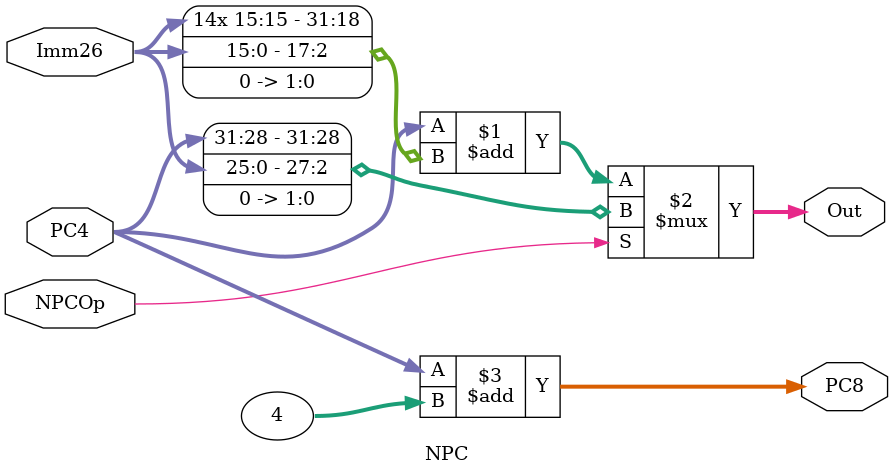
<source format=v>
`timescale 1ns / 1ps
module NPC(
    input NPCOp,
    input [31:0] PC4,
    input [25:0] Imm26,
    output [31:0] Out,
	 output [31:0] PC8
    );

	assign Out = NPCOp ? {PC4[31:28], Imm26, 2'b0} : (PC4 + {{14{Imm26[15]}}, Imm26[15:0], 2'b0});
	assign PC8 = PC4 + 4;

endmodule

</source>
